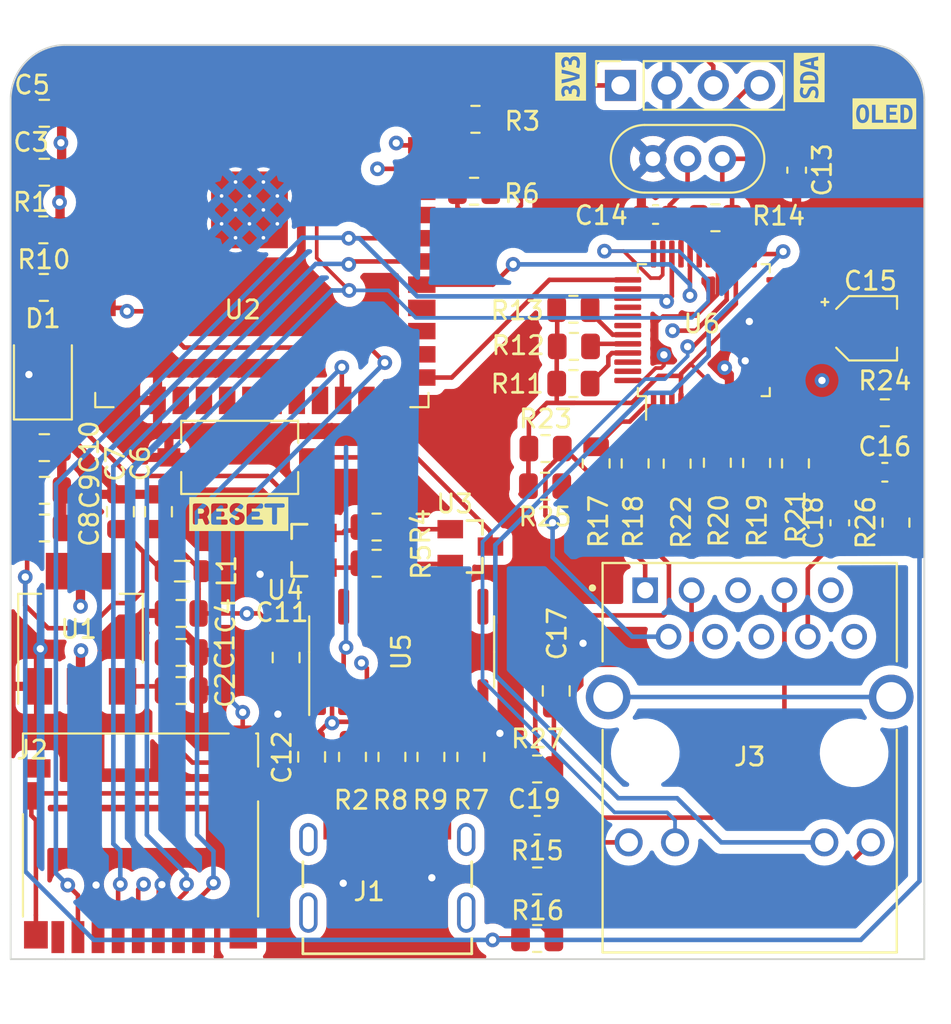
<source format=kicad_pcb>
(kicad_pcb (version 20221018) (generator pcbnew)
  (layers (0 "F.Cu" signal) (1 "In1.Cu" signal) (2 "In2.Cu" signal) (31 "B.Cu" signal) (34 "B.Paste" user) (35 "F.Paste" user) (36 "B.SilkS" user "B.Silkscreen") (37 "F.SilkS" user "F.Silkscreen") (38 "B.Mask" user) (39 "F.Mask" user) (44 "Edge.Cuts" user))
  (net 0 "")
  (net 1 "+5V")
  (net 2 "GND")
  (net 3 "+3V3")
  (net 4 "+3.3VA")
  (net 5 "Net-(U6-XI{slash}CLKIN)")
  (net 6 "Net-(U6-XO)")
  (net 7 "Net-(U6-TOCAP)")
  (net 8 "Net-(C16-Pad1)")
  (net 9 "R3")
  (net 10 "Net-(C18-Pad1)")
  (net 11 "R8")
  (net 12 "Net-(C19-Pad1)")
  (net 13 "R7")
  (net 14 "Net-(D1-A)")
  (net 20 "Net-(J1-CC2)")
  (net 22 "Net-(J1-CC1)")
  (net 23 "USB_D-")
  (net 24 "USB_D+")
  (net 25 "SS2")
  (net 26 "MOSI")
  (net 27 "SCK")
  (net 28 "MISO")
  (net 31 "CARD_DETECT")
  (net 32 "unconnected-(J2-WRITE_PROTECT-Pad11)")
  (net 33 "unconnected-(J3-SHIELD-PadS1)")
  (net 36 "R2")
  (net 38 "actled")
  (net 39 "linkled")
  (net 40 "Net-(J3-Pad11)")
  (net 41 "Net-(J3-Pad14)")
  (net 42 "R1")
  (net 45 "EN")
  (net 46 "SCL")
  (net 47 "RTS")
  (net 48 "Net-(R4-Pad2)")
  (net 49 "DTR")
  (net 50 "Net-(R5-Pad2)")
  (net 51 "SDA")
  (net 52 "Net-(U5-UD+)")
  (net 53 "Net-(U5-UD-)")
  (net 54 "IO25")
  (net 55 "Net-(U6-PMODE0)")
  (net 56 "Net-(U6-PMODE1)")
  (net 57 "Net-(U6-PMODE2)")
  (net 58 "Net-(U6-TXN)")
  (net 59 "Net-(U6-TXP)")
  (net 60 "Net-(U6-EXRES1)")
  (net 61 "Net-(R19-Pad2)")
  (net 62 "Net-(U6-RXP)")
  (net 63 "Net-(U6-RXN)")
  (net 64 "IO0")
  (net 85 "SS1")
  (net 87 "ESP-RX")
  (net 88 "ESP-TX")
  (footprint "Capacitor_SMD:C_0603_1608Metric" (layer "F.Cu") (at 97.8408 93.3704)
    (fp_text reference "C16")
    (fp_text value "10n")
  )
  (footprint "Capacitor_SMD:C_0603_1608Metric" (layer "F.Cu") (at 85.2932 79.2734)
    (fp_text reference "C14")
    (fp_text value "12pF")
  )
  (footprint "Capacitor_SMD:C_0805_2012Metric" (layer "F.Cu") (at 56.007 95.5294 90)
    (fp_text reference "C7")
    (fp_text value "100nF")
  )
  (footprint "Resistor_SMD:R_0805_2012Metric" (layer "F.Cu") (at 80.8228 86.487)
    (fp_text reference "R12")
    (fp_text value "10k")
  )
  (footprint "Resistor_SMD:R_0805_2012Metric" (layer "F.Cu") (at 97.8408 90.1192 180)
    (fp_text reference "R24")
    (fp_text value "49R9/1%")
  )
  (footprint "Capacitor_SMD:C_0805_2012Metric" (layer "F.Cu") (at 65.0748 103.505 90)
    (fp_text reference "C11")
    (fp_text value "100nf")
  )
  (footprint "Capacitor_SMD:C_0805_2012Metric" (layer "F.Cu") (at 59.3344 103.2256)
    (fp_text reference "C1")
    (fp_text value "100uF")
  )
  (footprint "Resistor_SMD:R_0805_2012Metric" (layer "F.Cu") (at 79.248 94.1324 180)
    (fp_text reference "R25")
    (fp_text value "49R9/1%")
  )
  (footprint "Resistor_SMD:R_0805_2012Metric" (layer "F.Cu") (at 75.184 108.9406 90)
    (fp_text reference "R7")
    (fp_text value "5k1")
  )
  (footprint "kibuzzard-667847FB" (layer "F.Cu") (at 80.645 71.7296 90)
    (fp_text reference "kibuzzard-667847FB" hide)
    (fp_text value "G***" hide)
  )
  (footprint "Package_TO_SOT_SMD:SOT-223-3_TabPin2" (layer "F.Cu") (at 53.8226 101.9302 90)
    (fp_text reference "U1")
    (fp_text value "AMS1117")
  )
  (footprint "Capacitor_SMD:C_0805_2012Metric" (layer "F.Cu") (at 51.8516 94.361)
    (fp_text reference "C9")
    (fp_text value "100nF")
  )
  (footprint "C-Footprint:SOT23" (layer "F.Cu") (at 75.1586 97.4344 -90)
    (fp_text reference "U3")
    (fp_text value "IRLML2502TRPBF")
  )
  (footprint "Resistor_SMD:R_0805_2012Metric" (layer "F.Cu") (at 88.675 92.85 -90)
    (fp_text reference "R20")
    (fp_text value "33")
  )
  (footprint "Capacitor_SMD:C_0805_2012Metric" (layer "F.Cu") (at 51.8414 73.7362 180)
    (fp_text reference "C5")
    (fp_text value "10uF")
  )
  (footprint "Resistor_SMD:R_0805_2012Metric" (layer "F.Cu") (at 84.1756 92.8878 -90)
    (fp_text reference "R18")
    (fp_text value "33")
  )
  (footprint "Resistor_SMD:R_0805_2012Metric" (layer "F.Cu") (at 86.475 92.9 90)
    (fp_text reference "R22")
    (fp_text value "33")
  )
  (footprint "Inductor_SMD:L_0805_2012Metric" (layer "F.Cu") (at 59.3852 98.7806 180)
    (fp_text reference "L1")
    (fp_text value "10uH")
  )
  (footprint "Resistor_SMD:R_0805_2012Metric" (layer "F.Cu") (at 90.825 92.8625 -90)
    (fp_text reference "R19")
    (fp_text value "5k1")
  )
  (footprint "Capacitor_SMD:C_0603_1608Metric" (layer "F.Cu") (at 95.377 96.139 -90)
    (fp_text reference "C18")
    (fp_text value "6.8n")
  )
  (footprint "Capacitor_SMD:C_0603_1608Metric" (layer "F.Cu") (at 78.8162 112.6744)
    (fp_text reference "C19")
    (fp_text value "6.8n")
  )
  (footprint "LED_SMD:LED_1210_3225Metric_Pad1.42x2.65mm_HandSolder" (layer "F.Cu") (at 51.7652 88.0253 90)
    (fp_text reference "D1")
    (fp_text value "LED_Small")
  )
  (footprint "Resistor_SMD:R_0805_2012Metric" (layer "F.Cu") (at 79.2734 92.075 180)
    (fp_text reference "R23")
    (fp_text value "49R9/1%")
  )
  (footprint "Resistor_SMD:R_0805_2012Metric" (layer "F.Cu") (at 88.5698 79.4512)
    (fp_text reference "R14")
    (fp_text value "1M")
  )
  (footprint "Capacitor_SMD:C_0805_2012Metric" (layer "F.Cu") (at 59.3344 105.3084)
    (fp_text reference "C2")
    (fp_text value "100nF")
  )
  (footprint "Resistor_SMD:R_0805_2012Metric" (layer "F.Cu") (at 70.0278 98.3488 180)
    (fp_text reference "R5")
    (fp_text value "10k")
  )
  (footprint "Resistor_SMD:R_0805_2012Metric" (layer "F.Cu") (at 75.3625 78 180)
    (fp_text reference "R6")
    (fp_text value "5k1")
  )
  (footprint "Resistor_SMD:R_0805_2012Metric" (layer "F.Cu") (at 98.45 96.125 90)
    (fp_text reference "R26")
    (fp_text value "49R9/1%")
  )
  (footprint "Resistor_SMD:R_0805_2012Metric" (layer "F.Cu") (at 78.8162 109.601 180)
    (fp_text reference "R27")
    (fp_text value "10R/1%")
  )
  (footprint "Capacitor_SMD:CP_Elec_3x5.3" (layer "F.Cu") (at 96.7486 85.4964)
    (fp_text reference "C15")
    (fp_text value "4u7")
  )
  (footprint "Capacitor_SMD:C_0805_2012Metric" (layer "F.Cu") (at 59.3344 101.092 180)
    (fp_text reference "C4")
    (fp_text value "100nF")
  )
  (footprint "Resistor_SMD:R_0805_2012Metric" (layer "F.Cu") (at 80.7974 88.519)
    (fp_text reference "R11")
    (fp_text value "10k")
  )
  (footprint "C-Footprint:SOT23" (layer "F.Cu") (at 66.04 97.6376 90)
    (fp_text reference "U4")
    (fp_text value "IRLML2502TRPBF")
  )
  (footprint "Capacitor_SMD:C_0805_2012Metric" (layer "F.Cu") (at 66.4718 108.9406 -90)
    (fp_text reference "C12")
    (fp_text value "100nF")
  )
  (footprint "Capacitor_SMD:C_0603_1608Metric" (layer "F.Cu") (at 93.0148 76.8474 -90)
    (fp_text reference "C13")
    (fp_text value "12pF")
  )
  (footprint "Resistor_SMD:R_0805_2012Metric" (layer "F.Cu") (at 75.438 74.0664 180)
    (fp_text reference "R3")
    (fp_text value "5k1")
  )
  (footprint "Connector_Card:microSD_HC_Hirose_DM3D-SF" (layer "F.Cu") (at 57.107 113.4458)
    (fp_text reference "J2")
    (fp_text value "SD_Card")
  )
  (footprint "C-Footprint:RJ45_HANRUN_HR911130A" (layer "F.Cu") (at 90.445 108.7142 180)
    (fp_text reference "J3")
    (fp_text value "HR911130A")
  )
  (footprint "kibuzzard-66784B35" (layer "F.Cu") (at 93.7006 71.7804 90)
    (fp_text reference "kibuzzard-66784B35" hide)
    (fp_text value "G***" hide)
  )
  (footprint "Package_SO:SOIC-16_3.9x9.9mm_P1.27mm" (layer "F.Cu") (at 71.3994 103.2002 90)
    (fp_text reference "U5")
    (fp_text value "CH340C")
  )
  (footprint "Connector_PinSocket_2.54mm:PinSocket_1x04_P2.54mm_Vertical" (layer "F.Cu") (at 83.3728 72.2126 90)
    (fp_text reference "J4" hide)
    (fp_text value "Conn_01x04")
  )
  (footprint "Resistor_SMD:R_0805_2012Metric" (layer "F.Cu") (at 51.7906 80.1116 180)
    (fp_text reference "R1")
    (fp_text value "5k1")
  )
  (footprint "Button_Switch_SMD:SW_Tactile_SPST_NO_Straight_CK_PTS636Sx25SMTRLFS" (layer "F.Cu") (at 62.5348 92.5576 180)
    (fp_text reference "SW1" hide)
    (fp_text value "SW_Push")
  )
  (footprint "kibuzzard-667858E3" (layer "F.Cu") (at 62.484 95.6564)
    (fp_text reference "kibuzzard-667858E3" hide)
    (fp_text value "G***" hide)
  )
  (footprint "Capacitor_SMD:C_0805_2012Metric" (layer "F.Cu") (at 58.0898 95.5294 90)
    (fp_text reference "C6")
    (fp_text value "100uF")
  )
  (footprint "Capacitor_SMD:C_0805_2012Metric" (layer "F.Cu") (at 51.8414 92.0242)
    (fp_text reference "C10")
    (fp_text value "10uF")
  )
  (footprint "Resistor_SMD:R_0805_2012Metric" (layer "F.Cu") (at 82.042 92.8878 90)
    (fp_text reference "R17")
    (fp_text value "33")
  )
  (footprint "Resistor_SMD:R_0805_2012Metric" (layer "F.Cu") (at 70.866 108.9406 90)
    (fp_text reference "R8")
    (fp_text value "33")
  )
  (footprint "Capacitor_SMD:C_0805_2012Metric" (layer "F.Cu") (at 79.8576 105.3338 90)
    (fp_text reference "C17")
    (fp_text value "100n")
  )
  (footprint "Resistor_SMD:R_0805_2012Metric" (layer "F.Cu") (at 51.816 83.2612 180)
    (fp_text reference "R10")
    (fp_text value "5k1")
  )
  (footprint "Capacitor_SMD:C_0805_2012Metric" (layer "F.Cu") (at 51.8414 76.962 180)
    (fp_text reference "C3")
    (fp_text value "1uF")
  )
  (footprint "Resistor_SMD:R_0805_2012Metric" (layer "F.Cu") (at 70.0278 96.3676)
    (fp_text reference "R4")
    (fp_text value "10k")
  )
  (footprint "Resistor_SMD:R_0805_2012Metric" (layer "F.Cu") (at 68.707 108.9406 -90)
    (fp_text reference "R2")
    (fp_text value "5k1")
  )
  (footprint "Resistor_SMD:R_0805_2012Metric" (layer "F.Cu") (at 72.9996 108.9406 90)
    (fp_text reference "R9")
    (fp_text value "33")
  )
  (footprint "Capacitor_SMD:C_0805_2012Metric" (layer "F.Cu") (at 51.8516 96.4184)
    (fp_text reference "C8")
    (fp_text value "100nF")
  )
  (footprint "Resistor_SMD:R_0805_2012Metric" (layer "F.Cu") (at 78.8162 118.872)
    (fp_text reference "R16")
    (fp_text value "330R")
  )
  (footprint "Resistor_SMD:R_0805_2012Metric" (layer "F.Cu") (at 80.7974 84.455)
    (fp_text reference "R13")
    (fp_text value "10k")
  )
  (footprint "Crystal:Crystal_HC52-U-3Pin_Vertical" (layer "F.Cu") (at 88.9458 76.2254 180)
    (fp_text reference "Y1" hide)
    (fp_text value "25MHz")
  )
  (footprint "Resistor_SMD:R_0805_2012Metric" (layer "F.Cu") (at 92.95 92.8878 90)
    (fp_text reference "R21")
    (fp_text value "5k1")
  )
  (footprint "kibuzzard-667847D2" (layer "F.Cu") (at 97.8154 73.7616)
    (fp_text reference "kibuzzard-667847D2" hide)
    (fp_text value "G***" hide)
  )
  (footprint "RF_Module:ESP32-WROOM-32" (layer "F.Cu") (at 63.7492 79.9304)
    (fp_text reference "U2")
    (fp_text value "ESP32-WROOM-32")
  )
  (footprint "Package_QFP:LQFP-48_7x7mm_P0.5mm" (layer "F.Cu") (at 87.9348 85.598 90)
    (fp_text reference "U6")
    (fp_text value "W5500")
  )
  (footprint "C-Footprint:USB_C_MOLEX" (layer "F.Cu") (at 70.612 116.3066)
    (fp_text reference "J1")
    (fp_text value "2171790001")
  )
  (footprint "Resistor_SMD:R_0805_2012Metric" (layer "F.Cu") (at 78.8162 115.7224)
    (fp_text reference "R15")
    (fp_text value "330R")
  )
  (gr_line (start 50 117) (end 50 120) (stroke (width 0.1)) (layer "Edge.Cuts"))
  (gr_line (start 50 117) (end 50 73) (stroke (width 0.1)) (layer "Edge.Cuts"))
  (gr_line (start 100 73) (end 100 117) (stroke (width 0.1)) (layer "Edge.Cuts"))
  (gr_line (start 53 70) (end 97 70) (stroke (width 0.1)) (layer "Edge.Cuts"))
  (gr_line (start 50 120) (end 53 120) (stroke (width 0.1)) (layer "Edge.Cuts"))
  (gr_line (start 100 120) (end 100 117) (stroke (width 0.1)) (layer "Edge.Cuts"))
  (gr_line (start 97 120) (end 100 120) (stroke (width 0.1)) (layer "Edge.Cuts"))
  (gr_arc (start 97 70) (mid 99.12132 70.87868) (end 100 73) (stroke (width 0.1)) (layer "Edge.Cuts"))
  (gr_line (start 97 120) (end 53 120) (stroke (width 0.1)) (layer "Edge.Cuts"))
  (gr_arc (start 50 73) (mid 50.87868 70.87868) (end 53 70) (stroke (width 0.1)) (layer "Edge.Cuts"))
  (segment (start 58.1562 105.08) (end 57.1997 105.08) (width 0.25) (layer "F.Cu") (net 1))
  (segment (start 63.75 109.25) (end 64.375 109.875) (width 0.25) (layer "F.Cu") (net 1))
  (segment (start 71.975 115.075) (end 73.012 114.038) (width 0.25) (layer "F.Cu") (net 1))
  (segment (start 68.2213 112.891) (end 68.2244 112.894) (width 0.508) (layer "F.Cu") (net 1))
  (segment (start 68.212 111.837) (end 68.212 112.8816) (width 0.25) (layer "F.Cu") (net 1))
  (segment (start 64.375 110.775) (end 64.9 111.3) (width 0.25) (layer "F.Cu") (net 1))
  (segment (start 56.1226 105.0802) (end 57.1995 105.0802) (width 0.25) (layer "F.Cu") (net 1))
  (segment (start 68.2182 112.888) (end 68.212 112.8818) (width 0.25) (layer "F.Cu") (net 1))
  (segment (start 68.212 112.882) (end 68.2182 112.888) (width 0.508) (layer "F.Cu") (net 1))
  (segment (start 57.1997 105.08) (end 57.1995 105.0802) (width 0.25) (layer "F.Cu") (net 1))
  (segment (start 58.3844 105.3084) (end 58.3844 107.6844) (width 0.25) (layer "F.Cu") (net 1))
  (segment (start 73.012 114.038) (end 73.012 112.8816) (width 0.25) (layer "F.Cu") (net 1))
  (segment (start 67.675 111.3) (end 68.212 111.837) (width 0.25) (layer "F.Cu") (net 1))
  (segment (start 58.3844 103.2256) (end 58.3844 104.8518) (width 0.25) (layer "F.Cu") (net 1))
  (segment (start 68.212 112.8818) (end 68.212 112.8816) (width 0.25) (layer "F.Cu") (net 1))
  (segment (start 68.2182 112.888) (end 68.2213 112.891) (width 0.508) (layer "F.Cu") (net 1))
  (segment (start 64.375 109.875) (end 64.375 110.775) (width 0.25) (layer "F.Cu") (net 1))
  (segment (start 64.9 111.3) (end 67.675 111.3) (width 0.25) (layer "F.Cu") (net 1))
  (segment (start 68.2213 112.891) (end 68.2213 114.0963) (width 0.25) (layer "F.Cu") (net 1))
  (segment (start 69.2 115.075) (end 71.975 115.075) (width 0.25) (layer "F.Cu") (net 1))
  (segment (start 68.2213 114.0963) (end 69.2 115.075) (width 0.25) (layer "F.Cu") (net 1))
  (segment (start 58.1562 105.08) (end 58.3844 105.308) (width 0.508) (layer "F.Cu") (net 1))
  (segment (start 58.3844 107.6844) (end 59.95 109.25) (width 0.25) (layer "F.Cu") (net 1))
  (segment (start 58.3844 104.8518) (end 58.1562 105.08) (width 0.25) (layer "F.Cu") (net 1))
  (segment (start 59.95 109.25) (end 63.75 109.25) (width 0.25) (layer "F.Cu") (net 1))
  (segment (start 58.3844 105.308) (end 58.3844 105.3084) (width 0.25) (layer "F.Cu") (net 1))
  (segment (start 67.412 112.8816) (end 67.412 115.062) (width 0.2032) (layer "F.Cu") (net 2))
  (segment (start 87.525 84.825) (end 85.7 84.825) (width 0.2032) (layer "F.Cu") (net 2))
  (segment (start 54.782 118.7958) (end 54.782 116.057) (width 0.2032) (layer "F.Cu") (net 2))
  (segment (start 93.847 86.85) (end 93.847 87.797) (width 0.2032) (layer "F.Cu") (net 2))
  (segment (start 60.2844 103.2256) (end 60.2844 102.992) (width 0.508) (layer "F.Cu") (net 2))
  (segment (start 84.623696 88.348) (end 85.298297 87.673399) (width 0.2032) (layer "F.Cu") (net 2))
  (segment (start 85.35 85.175) (end 85.35 86.55) (width 0.2032) (layer "F.Cu") (net 2))
  (segment (start 85.601601 87.673399) (end 85.75 87.525) (width 0.2032) (layer "F.Cu") (net 2))
  (segment (start 56.007 94.5794) (end 53.4518 92.0242) (width 0.508) (layer "F.Cu") (net 2))
  (segment (start 65.6656 109.8906) (end 64.725 108.95) (width 0.2032) (layer "F.Cu") (net 2))
  (segment (start 89.1848 89.7605) (end 89.1848 87.7598) (width 0.2032) (layer "F.Cu") (net 2))
  (segment (start 85.35 86.55) (end 85.75 86.95) (width 0.2032) (layer "F.Cu") (net 2))
  (segment (start 73.812 114.788) (end 73.05 115.55) (width 0.2032) (layer "F.Cu") (net 2))
  (segment (start 64.725 108.95) (end 64.625 108.85) (width 0.2032) (layer "F.Cu") (net 2))
  (segment (start 60.2844 102.992) (end 58.3844 101.092) (width 0.508) (layer "F.Cu") (net 2))
  (segment (start 51.7652 89.5128) (end 51.7652 88.7902) (width 0.508) (layer "F.Cu") (net 2))
  (segment (start 66.4718 109.8906) (end 65.6656 109.8906) (width 0.2032) (layer "F.Cu") (net 2))
  (segment (start 79.8576 104.3838) (end 81.325 102.9164) (width 0.2032) (layer "F.Cu") (net 2))
  (segment (start 88.6848 81.4355) (end 88.6848 83.6652) (width 0.2032) (layer "F.Cu") (net 2))
  (segment (start 67.8351 108.9) (end 68.707 108.0281) (width 0.2032) (layer "F.Cu") (net 2))
  (segment (start 52.7914 90.539) (end 51.7652 89.5128) (width 0.508) (layer "F.Cu") (net 2))
  (segment (start 92.0973 87.848) (end 93.898 87.848) (width 0.2032) (layer "F.Cu") (net 2))
  (segment (start 93.847 87.797) (end 93.898 87.848) (width 0.2032) (layer "F.Cu") (net 2))
  (segment (start 92.867394 85.348) (end 93.847 86.327606) (width 0.2032) (layer "F.Cu") (net 2))
  (segment (start 66.4718 109.3032) (end 66.875 108.9) (width 0.2032) (layer "F.Cu") (net 2))
  (segment (start 83.7723 88.348) (end 84.623696 88.348) (width 0.2032) (layer "F.Cu") (net 2))
  (segment (start 52.8016 94.361) (end 52.8016 92.0344) (width 0.508) (layer "F.Cu") (net 2))
  (segment (start 93.845 86.848) (end 93.847 86.85) (width 0.2032) (layer "F.Cu") (net 2))
  (segment (start 92.0973 85.348) (end 92.867394 85.348) (width 0.2032) (layer "F.Cu") (net 2))
  (segment (start 64.625 108.85) (end 64.625 106.6) (width 0.2032) (layer "F.Cu") (net 2))
  (segment (start 54.782 116.057) (end 54.675 115.95) (width 0.2032) (layer "F.Cu") (net 2))
  (segment (start 53.4518 92.0242) (end 52.7914 92.0242) (width 0.508) (layer "F.Cu") (net 2))
  (segment (start 63.65 98.95) (end 63.65 98.925) (width 0.508) (layer "F.Cu") (net 2))
  (segment (start 89.1848 87.7598) (end 89.075 87.65) (width 0.2032) (layer "F.Cu") (net 2))
  (segment (start 76.3969 108.0281) (end 76.775 107.65) (width 0.2032) (layer "F.Cu") (net 2))
  (segment (start 67.412 115.062) (end 68.2 115.85) (width 0.2032) (layer "F.Cu") (net 2))
  (segment (start 58.082 116.1185) (end 58.082 118.7958) (width 0.2032) (layer "F.Cu") (net 2))
  (segment (start 52.8016 92.0344) (end 52.7914 92.0242) (width 0.508) (layer "F.Cu") (net 2))
  (segment (start 51.5226 103.1274) (end 51.625 103.025) (width 0.508) (layer "F.Cu") (net 2))
  (segment (start 88.6848 83.6652) (end 87.525 84.825) (width 0.2032) (layer "F.Cu") (net 2))
  (segment (start 81.325 102.9164) (end 81.325 102.725) (width 0.2032) (layer "F.Cu") (net 2))
  (segment (start 51.7652 88.7902) (end 51 88.025) (width 0.508) (layer "F.Cu") (net 2))
  (segment (start 85.298297 87.673399) (end 85.601601 87.673399) (width 0.2032) (layer "F.Cu") (net 2))
  (segment (start 75.184 108.0281) (end 76.3969 108.0281) (width 0.2032) (layer "F.Cu") (net 2))
  (segment (start 66.4718 109.8906) (end 66.4718 109.3032) (width 0.2032) (layer "F.Cu") (net 2))
  (segment (start 52.7914 92.0242) (end 52.7914 90.539) (width 0.508) (layer "F.Cu") (net 2))
  (segment (start 92.0973 86.848) (end 93.845 86.848) (width 0.2032) (layer "F.Cu") (net 2))
  (segment (start 85.7 84.825) (end 85.35 85.175) (width 0.2032) (layer "F.Cu") (net 2))
  (segment (start 51.5226 105.0802) (end 51.5226 103.1274) (width 0.508) (layer "F.Cu") (net 2))
  (segment (start 85.75 87.525) (end 85.75 86.95) (width 0.2032) (layer "F.Cu") (net 2))
  (segment (start 58.2755 115.925) (end 58.082 116.1185) (width 0.2032) (layer "F.Cu") (net 2))
  (segment (start 73.812 112.8816) (end 73.812 114.788) (width 0.2032) (layer "F.Cu") (net 2))
  (segment (start 93.847 86.327606) (end 93.847 86.85) (width 0.2032) (layer "F.Cu") (net 2))
  (segment (start 52.8016 94.361) (end 52.8016 96.4184) (width 0.508) (layer "F.Cu") (net 2))
  (segment (start 59.3044 94.5794) (end 58.0898 94.5794) (width 0.508) (layer "F.Cu") (net 2))
  (segment (start 63.65 98.925) (end 59.3044 94.5794) (width 0.508) (layer "F.Cu") (net 2))
  (segment (start 66.875 108.9) (end 67.8351 108.9) (width 0.2032) (layer "F.Cu") (net 2))
  (segment (start 93.898 87.848) (end 94.4 88.35) (width 0.2032) (layer "F.Cu") (net 2))
  (via (at 58.2755 115.925) (size 0.8) (drill 0.4) (layers "F.Cu" "B.Cu") (net 2))
  (via (at 51 88.025) (size 0.8) (drill 0.4) (layers "F.Cu" "B.Cu") (net 2))
  (via (at 64.625 106.6) (size 0.8) (drill 0.4) (layers "F.Cu" "B.Cu") (net 2))
  (via (at 63.65 98.95) (size 0.8) (drill 0.4) (layers "F.Cu" "B.Cu") (net 2))
  (via (at 76.775 107.65) (size 0.8) (drill 0.4) (layers "F.Cu" "B.Cu") (net 2))
  (via (at 85.75 86.95) (size 0.8) (drill 0.4) (layers "F.Cu" "B.Cu") (net 2))
  (via (at 94.4 88.35) (size 0.8) (drill 0.4) (layers "F.Cu" "B.Cu") (net 2))
  (via (at 81.325 102.725) (size 0.8) (drill 0.4) (layers "F.Cu" "B.Cu") (net 2))
  (via (at 51.625 103.025) (size 0.8) (drill 0.4) (layers "F.Cu" "B.Cu") (net 2))
  (via (at 89.075 87.65) (size 0.8) (drill 0.4) (layers "F.Cu" "B.Cu") (net 2))
  (via (at 54.675 115.95) (size 0.8) (drill 0.4) (layers "F.Cu" "B.Cu") (net 2))
  (via (at 68.2 115.85) (size 0.8) (drill 0.4) (layers "F.Cu" "B.Cu") (net 2))
  (via (at 73.05 115.55) (size 0.8) (drill 0.4) (layers "F.Cu" "B.Cu") (net 2))
  (segment (start 56.982 116.193063) (end 56.982 118.7958) (width 0.25) (layer "F.Cu") (net 3))
  (segment (start 52.893 76.8604) (end 52.7914 76.962) (width 0.25) (layer "F.Cu") (net 3))
  (segment (start 67.5986 107.0201) (end 67.5894 107.0109) (width 0.25) (layer "F.Cu") (net 3))
  (segment (start 60.2844 98.9439) (end 60.2844 99.7575) (width 0.25) (layer "F.Cu") (net 3))
  (segment (start 89.1848 83.9402) (end 89.1848 81.4355) (width 0.25) (layer "F.Cu") (net 3))
  (segment (start 53.8226 103.1524) (end 53.85 103.125) (width 0.508) (layer "F.Cu") (net 3))
  (segment (start 60.4477 98.7806) (end 58.1465 96.4794) (width 0.25) (layer "F.Cu") (net 3))
  (segment (start 76.9376 72.2126) (end 83.3728 72.2126) (width 0.25) (layer "F.Cu") (net 3))
  (segment (start 52.7031 78.5719) (end 52.7031 77.0503) (width 0.508) (layer "F.Cu") (net 3))
  (segment (start 52.7031 77.0503) (end 52.7914 76.962) (width 0.508) (layer "F.Cu") (net 3))
  (segment (start 76.275 74.1419) (end 76.3505 74.0664) (width 0.2032) (layer "F.Cu") (net 3))
  (segment (start 52.7914 73.7362) (end 52.7914 75.3086) (width 0.508) (layer "F.Cu") (net 3))
  (segment (start 62.925 101.1) (end 62.917 101.092) (width 0.25) (layer "F.Cu") (net 3))
  (segment (start 67.5894 104.5743) (end 65.5701 102.555) (width 0.25) (layer "F.Cu") (net 3))
  (segment (start 53.825 100.7) (end 53.8226 100.6976) (width 0.508) (layer "F.Cu") (net 3))
  (segment (start 86.225 85.6261) (end 87.4989 85.6261) (width 0.25) (layer "F.Cu") (net 3))
  (segment (start 65.5701 102.1095) (end 65.5701 102.555) (width 0.25) (layer "F.Cu") (net 3))
  (segment (start 87.4989 85.6261) (end 89.1848 83.9402) (width 0.25) (layer "F.Cu") (net 3))
  (segment (start 65.5701 102.555) (end 65.0748 102.555) (width 0.25) (layer "F.Cu") (net 3))
  (segment (start 62.933 101.092) (end 62.925 101.1) (width 0.25) (layer "F.Cu") (net 3))
  (segment (start 58.1465 96.4794) (end 58.0898 96.4794) (width 0.25) (layer "F.Cu") (net 3))
  (segment (start 76.3505 72.6245) (end 76.775 72.2) (width 0.25) (layer "F.Cu") (net 3))
  (segment (start 76.3505 74.0664) (end 76.3505 72.6245) (width 0.25) (layer "F.Cu") (net 3))
  (segment (start 53.8226 100.6976) (end 53.8226 98.7802) (width 0.508) (layer "F.Cu") (net 3))
  (segment (start 65.0748 102.555) (end 63.6118 101.092) (width 0.25) (layer "F.Cu") (net 3))
  (segment (start 69.8261 107.0201) (end 67.5986 107.0201) (width 0.25) (layer "F.Cu") (net 3))
  (segment (start 67.3781 107.0843) (end 67.5878 107.0843) (width 0.25) (layer "F.Cu") (net 3))
  (segment (start 52.7914 75.3914) (end 52.7914 76.962) (width 0.508) (layer "F.Cu") (net 3))
  (segment (start 60.4477 98.7806) (end 60.2844 98.9439) (width 0.25) (layer "F.Cu") (net 3))
  (segment (start 67.5878 107.0309) (end 67.5878 107.0843) (width 0.25) (layer "F.Cu") (net 3))
  (segment (start 52.675 78.6) (end 52.7031 78.5719) (width 0.508) (layer "F.Cu") (net 3))
  (segment (start 52.7914 73.7362) (end 53.3888 73.7362) (width 0.508) (layer "F.Cu") (net 3))
  (segment (start 52.75 75.35) (end 52.7914 75.3914) (width 0.508) (layer "F.Cu") (net 3))
  (segment (start 53.3888 73.7362) (end 54.1746 72.9504) (width 0.508) (layer "F.Cu") (net 3))
  (segment (start 53.85 103.125) (end 53.8226 103.0976) (width 0.508) (layer "F.Cu") (net 3))
  (segment (start 53.8226 105.0802) (end 53.8226 103.1524) (width 0.508) (layer "F.Cu") (net 3))
  (segment (start 63.6118 101.092) (end 62.933 101.092) (width 0.25) (layer "F.Cu") (net 3))
  (segment (start 67.5986 107.0201) (end 67.5878 107.0309) (width 0.25) (layer "F.Cu") (net 3))
  (segment (start 76.775 72.2) (end 76.925 72.2) (width 0.25) (layer "F.Cu") (net 3))
  (segment (start 52.7031 78.6281) (end 52.675 78.6) (width 0.508) (layer "F.Cu") (net 3))
  (segment (start 57.276343 115.89872) (end 56.982 116.193063) (width 0.25) (layer "F.Cu") (net 3))
  (segment (start 52.7914 75.3086) (end 52.75 75.35) (width 0.508) (layer "F.Cu") (net 3))
  (segment (start 66.9544 100.7252) (end 65.5701 102.1095) (width 0.25) (layer "F.Cu") (net 3))
  (segment (start 70.7644 105.6752) (end 70.7644 106.0818) (width 0.25) (layer "F.Cu") (net 3))
  (segment (start 67.5894 107.0109) (end 67.5894 104.5743) (width 0.25) (layer "F.Cu") (net 3))
  (segment (start 62.917 101.092) (end 60.2844 101.092) (width 0.25) (layer "F.Cu") (net 3))
  (segment (start 76.925 72.2) (end 76.9376 72.2126) (width 0.25) (layer "F.Cu") (net 3))
  (segment (start 76.275 78) (end 76.275 74.1419) (width 0.2032) (layer "F.Cu") (net 3))
  (segment (start 76.3505 77.724) (end 76.2997 77.7748) (width 0.25) (layer "F.Cu") (net 3))
  (segment (start 76.4633 73.9536) (end 76.3505 74.0664) (width 0.25) (layer "F.Cu") (net 3))
  (segment (start 53.8226 100.7024) (end 53.825 100.7) (width 0.508) (layer "F.Cu") (net 3))
  (segment (start 52.7031 80.1116) (end 52.7031 78.6281) (width 0.508) (layer "F.Cu") (net 3))
  (segment (start 66.4718 107.9906) (end 67.3781 107.0843) (width 0.25) (layer "F.Cu") (net 3))
  (segment (start 54.1746 72.9504) (end 54.9992 72.9504) (width 0.508) (layer "F.Cu") (net 3))
  (segment (start 60.2844 99.7575) (end 60.2844 101.092) (width 0.25) (layer "F.Cu") (net 3))
  (segment (start 70.7644 106.0818) (end 69.8261 107.0201) (width 0.25) (layer "F.Cu") (net 3))
  (via (at 57.276343 115.89872) (size 0.8) (drill 0.4) (layers "F.Cu" "B.Cu") (net 3))
  (via (at 53.825 100.7) (size 0.8) (drill 0.4) (layers "F.Cu" "B.Cu") (net 3))
  (via (at 52.675 78.6) (size 0.8) (drill 0.4) (layers "F.Cu" "B.Cu") (net 3))
  (via (at 86.225 85.6261) (size 0.8) (drill 0.4) (layers "F.Cu" "B.Cu") (net 3))
  (via (at 52.75 75.35) (size 0.8) (drill 0.4) (layers "F.Cu" "B.Cu") (net 3))
  (via (at 67.5878 107.0843) (size 0.8) (drill 0.4) (layers "F.Cu" "B.Cu") (net 3))
  (via (at 62.925 101.1) (size 0.8) (drill 0.4) (layers "F.Cu" "B.Cu") (net 3))
  (via (at 53.85 103.125) (size 0.8) (drill 0.4) (layers "F.Cu" "B.Cu") (net 3))
  (segment (start 57.2638 97.7362) (end 57.2638 99.8362) (width 0.25) (layer "F.Cu") (net 4))
  (segment (start 90.375 85.125) (end 90.4 85.1) (width 0.25) (layer "F.Cu") (net 4))
  (segment (start 78.3355 92.1004) (end 78.3355 94.1324) (width 0.25) (layer "F.Cu") (net 4))
  (segment (start 92.0973 87.348) (end 91.2837 87.348) (width 0.25) (layer "F.Cu") (net 4))
  (segment (start 77.9037 109.601) (end 76.9 110.6047) (width 0.25) (layer "F.Cu") (net 4))
  (segment (start 85.475 88.1) (end 86.6848 88.1) (width 0.25) (layer "F.Cu") (net 4))
  (segment (start 90.1848 89.7605) (end 90.1848 87.2902) (width 0.2032) (layer "F.Cu") (net 4))
  (segment (start 90.425 85.4893) (end 90.425 85.125) (width 0.25) (layer "F.Cu") (net 4))
  (segment (start 80.8572 89.5772) (end 79.3478 89.5772) (width 0.25) (layer "F.Cu") (net 4))
  (segment (start 55.65 100.525) (end 54.275 101.9) (width 0.25) (layer "F.Cu") (net 4))
  (segment (start 50.8 99.1) (end 50.9016 98.9984) (width 0.25) (layer "F.Cu") (net 4))
  (segment (start 90.425 85.125) (end 90.375 85.125) (width 0.25) (layer "F.Cu") (net 4))
  (segment (start 56.007 96.4794) (end 56.0215 96.4794) (width 0.25) (layer "F.Cu") (net 4))
  (segment (start 86.6848 89.7605) (end 86.6848 88.1) (width 0.25) (layer "F.Cu") (net 4))
  (segment (start 50.8914 92.0242) (end 50.8914 94.3508) (width 0.25) (layer "F.Cu") (net 4))
  (segment (start 50.9016 96.4184) (end 50.9016 94.361) (width 0.25) (layer "F.Cu") (net 4))
  (segment (start 56.0215 96.4794) (end 58.3227 98.7806) (width 0.25) (layer "F.Cu") (net 4))
  (segment (start 89.55 85.125) (end 90.425 85.125) (width 0.2032) (layer "F.Cu") (net 4))
  (segment (start 80.8572 89.5772) (end 83.9978 89.5772) (width 0.25) (layer "F.Cu") (net 4))
  (segment (start 90.425 85.075) (end 90.425 85.125) (width 0.25) (layer "F.Cu") (net 4))
  (segment (start 50.9016 98.9984) (end 50.9016 96.4184) (width 0.25) (layer "F.Cu") (net 4))
  (segment (start 78.3609 92.075) (end 78.3355 92.1004) (width 0.25) (layer "F.Cu") (net 4))
  (segment (start 79.8849 86.5124) (end 79.8849 88.519) (width 0.25) (layer "F.Cu") (net 4))
  (segment (start 76.9 110.6047) (end 76.9 114.7187) (width 0.25) (layer "F.Cu") (net 4))
  (segment (start 79.8849 89.5349) (end 79.9272 89.5772) (width 0.25) (layer "F.Cu") (net 4))
  (segment (start 78.3609 90.5641) (end 78.3609 92.075) (width 0.25) (layer "F.Cu") (net 4))
  (segment (start 90.1848 87.2902) (end 90.2 87.275) (width 0.2032) (layer "F.Cu") (net 4))
  (segment (start 92.0973 84.348) (end 91.152 84.348) (width 0.25) (layer "F.Cu") (net 4))
  (segment (start 50.8 100.65) (end 50.8 99.1) (width 0.25) (layer "F.Cu") (net 4))
  (segment (start 88.6848 88.7902) (end 88.6848 89.7605) (width 0.2032) (layer "F.Cu") (net 4))
  (segment (start 79.3478 89.5772) (end 78.3609 90.5641) (width 0.25) (layer "F.Cu") (net 4))
  (segment (start 83.9978 89.5772) (end 85.475 88.1) (width 0.25) (layer "F.Cu") (net 4))
  (segment (start 76.9 114.7187) (end 77.9037 115.7224) (width 0.25) (layer "F.Cu") (net 4))
  (segment (start 57.2638 99.8362) (end 56.575 100.525) (width 0.25) (layer "F.Cu") (net 4))
  (segment (start 86.6848 87.9902) (end 87.225 87.45) (width 0.25) (layer "F.Cu") (net 4))
  (segment (start 77.9024 109.5997) (end 77.9037 109.601) (width 0.25) (layer "F.Cu") (net 4))
  (segment (start 79.9103 84.4804) (end 79.9103 86.487) (width 0.25) (layer "F.Cu") (net 4))
  (segment (start 50.8914 94.3508) (end 50.9016 94.361) (width 0.25) (layer "F.Cu") (net 4))
  (segment (start 79.8849 88.519) (end 79.8849 89.5349) (width 0.25) (layer "F.Cu") (net 4))
  (segment (start 79.8849 84.455) (end 79.9103 84.4804) (width 0.25) (layer "F.Cu") (net 4))
  (segment (start 91.152 84.348) (end 90.425 85.075) (width 0.25) (layer "F.Cu") (net 4))
  (segment (start 77.9037 118.872) (end 76.453 118.872) (width 0.25) (layer "F.Cu") (net 4))
  (segment (start 90.425 86.4893) (end 90.425 85.125) (width 0.25) (layer "F.Cu") (net 4))
  (segment (start 54.275 101.9) (end 52.05 101.9) (width 0.25) (layer "F.Cu") (net 4))
  (segment (start 88.5652 88.7902) (end 87.225 87.45) (width 0.2032) (layer "F.Cu") (net 4))
  (segment (start 91.2837 86.348) (end 90.425 85.4893) (width 0.25) (layer "F.Cu") (net 4))
  (segment (start 91.2837 86.348) (end 92.0973 86.348) (width 0.25) (layer "F.Cu") (net 4))
  (segment (start 56.007 96.4794) (end 57.2638 97.7362) (width 0.25) (layer "F.Cu") (net 4))
  (segment (start 79.9272 89.5772) (end 80.8572 89.5772) (width 0.25) (layer "F.Cu") (net 4))
  (segment (start 52.05 101.9) (end 50.8 100.65) (width 0.25) (layer "F.Cu") (net 4))
  (segment (start 78.3355 94.1324) (end 77.9024 94.5655) (width 0.25) (layer "F.Cu") (net 4))
  (segment (start 87.225 87.45) (end 89.55 85.125) (width 0.2032) (layer "F.Cu") (net 4))
  (segment (start 76.453 118.872) (end 76.375 118.95) (width 0.25) (layer "F.Cu") (net 4))
  (segment (start 91.2837 87.348) (end 90.425 86.4893) (width 0.25) (layer "F.Cu") (net 4))
  (segment (start 79.9103 86.487) (end 79.8849 86.5124) (width 0.25) (layer "F.Cu") (net 4))
  (segment (start 88.6848 88.7902) (end 88.5652 88.7902) (width 0.2032) (layer "F.Cu") (net 4))
  (segment (start 56.575 100.525) (end 55.65 100.525) (width 0.25) (layer "F.Cu") (net 4))
  (segment (start 86.6848 88.1) (end 86.6848 87.9902) (width 0.25) (layer "F.Cu") (net 4))
  (segment (start 77.9037 115.7224) (end 77.9037 118.872) (width 0.25) (layer "F.Cu") (net 4))
  (via (at 50.8 99.1) (size 0.8) (drill 0.4) (layers "F.Cu" "B.Cu") (net 4))
  (via (at 90.2 87.275) (size 0.8) (drill 0.4) (layers "F.Cu" "B.Cu") (net 4))
  (via (at 90.425 85.125) (size 0.8) (drill 0.4) (layers "F.Cu" "B.Cu") (net 4))
  (via (at 76.375 118.95) (size 0.8) (drill 0.4) (layers "F.Cu" "B.Cu") (net 4))
  (segment (start 97.05 85.275) (end 90.575 85.275) (width 0.25) (layer "B.Cu") (net 4))
  (segment (start 90.575 85.275) (end 90.425 85.125) (width 0.25) (layer "B.Cu") (net 4))
  (segment (start 99.7375 87.9625) (end 97.05 85.275) (width 0.25) (layer "B.Cu") (net 4))
  (segment (start 99.7375 115.7375) (end 99.7375 87.9625) (width 0.25) (layer "B.Cu") (net 4))
  (segment (start 50.8 115.2) (end 50.8 99.1) (width 0.25) (layer "B.Cu") (net 4))
  (segment (start 54.55 118.95) (end 50.8 115.2) (width 0.25) (layer "B.Cu") (net 4))
  (segment (start 76.375 118.95) (end 96.525 118.95) (width 0.25) (layer "B.Cu") (net 4))
  (segment (start 76.375 118.95) (end 54.55 118.95) (width 0.25) (layer "B.Cu") (net 4))
  (segment (start 96.525 118.95) (end 99.7375 115.7375) (width 0.25) (layer "B.Cu") (net 4))
  (segment (start 92.8618 76.2254) (end 93.0148 76.0724) (width 0.25) (layer "F.Cu") (net 5))
  (segment (start 88.1848 80.5402) (end 89.2738 79.4512) (width 0.25) (layer "F.Cu") (net 5))
  (segment (start 89.2738 79.4512) (end 89.4823 79.4512) (width 0.25) (layer "F.Cu") (net 5))
  (segment (start 88.9458 76.2254) (end 88.9458 77.5708) (width 0.25) (layer "F.Cu") (net 5))
  (segment (start 88.1848 81.4355) (end 88.1848 80.5402) (width 0.25) (layer "F.Cu") (net 5))
  (segment (start 89.4823 78.1073) (end 89.4823 79.4512) (width 0.25) (layer "F.Cu") (net 5))
  (segment (start 88.9458 76.2254) (end 92.8618 76.2254) (width 0.25) (layer "F.Cu") (net 5))
  (segment (start 88.9458 77.5708) (end 89.4823 78.1073) (width 0.25) (layer "F.Cu") (net 5))
  (segment (start 87.0458 77.7792) (end 87.0458 76.2254) (width 0.25) (layer "F.Cu") (net 6))
  (segment (start 87.6848 81.4355) (end 87.6848 79.4787) (width 0.25) (layer "F.Cu") (net 6))
  (segment (start 87.6573 79.4512) (end 86.246 79.4512) (width 0.25) (layer "F.Cu") (net 6))
  (segment (start 86.0682 79.2734) (end 86.0682 78.7568) (width 0.25) (layer "F.Cu") (net 6))
  (segment (start 86.0682 78.7568) (end 87.0458 77.7792) (width 0.25) (layer "F.Cu") (net 6))
  (segment (start 87.6848 79.4787) (end 87.6573 79.4512) (width 0.25) (layer "F.Cu") (net 6))
  (segment (start 86.246 79.4512) (end 86.0682 79.2734) (width 0.25) (layer "F.Cu") (net 6))
  (segment (start 93.1733 84.848) (end 93.8217 85.4964) (width 0.25) (layer "F.Cu") (net 7))
  (segment (start 92.0973 84.848) (end 93.1733 84.848) (width 0.25) (layer "F.Cu") (net 7))
  (segment (start 95.2486 85.4964) (end 93.8217 85.4964) (width 0.25) (layer "F.Cu") (net 7))
  (segment (start 98.7533 90.1192) (end 98.7533 90.8967) (width 0.25) (layer "F.Cu") (net 8))
  (segment (start 99.2442 90.1192) (end 98.7533 90.1192) (width 0.2032) (layer "F.Cu") (net 8))
  (segment (start 97.0658 92.5842) (end 97.0658 93.3704) (width 0.25) (layer "F.Cu") (net 8))
  (segment (start 99.3875 97.0375) (end 99.75 96.675) (width 0.2032) (layer "F.Cu") (net 8))
  (segment (start 99.75 90.625) (end 99.2442 90.1192) (width 0.2032) (layer "F.Cu") (net 8))
  (segment (start 99.75 96.675) (end 99.75 90.625) (width 0.2032) (layer "F.Cu") (net 8))
  (segment (start 98.45 97.0375) (end 99.3875 97.0375) (width 0.2032) (layer "F.Cu") (net 8))
  (segment (start 98.7533 90.8967) (end 97.0658 92.5842) (width 0.25) (layer "F.Cu") (net 8))
  (segment (start 80.85 105.375) (end 80.075 105.375) (width 0.25) (layer "F.Cu") (net 9))
  (segment (start 87.265 103.335) (end 86.7 103.9) (width 0.25) (layer "F.Cu") (net 9))
  (segment (start 81.225 105) (end 80.85 105.375) (width 0.25) (layer "F.Cu") (net 9))
  (segment (start 86.7 103.9) (end 81.55 103.9) (width 0.25) (layer "F.Cu") (net 9))
  (segment (start 79.7287 106.4127) (end 79.8576 106.2838) (width 0.25) (layer "F.Cu") (net 9))
  (segment (start 87.265 99.8242) (end 87.265 103.335) (width 0.25) (layer "F.Cu") (net 9))
  (segment (start 79.8576 105.5924) (end 79.8576 106.2838) (width 0.25) (layer "F.Cu") (net 9))
  (segment (start 80.075 105.375) (end 79.8576 105.5924) (width 0.25) (layer "F.Cu") (net 9))
  (segment (start 79.7287 109.601) (end 79.7287 106.4127) (width 0.25) (layer "F.Cu") (net 9))
  (segment (start 81.55 103.9) (end 81.225 104.225) (width 0.25) (layer "F.Cu") (net 9))
  (segment (start 81.225 104.225) (end 81.225 105) (width 0.25) (layer "F.Cu") (net 9))
  (segment (start 95.377 95.364) (end 98.2985 95.364) (width 0.25) (layer "F.Cu") (net 10))
  (segment (start 87.089 95.364) (end 86.2838 94.5588) (width 0.25) (layer "F.Cu") (net 10))
  (segment (start 86.2838 94.5588) (end 86.2838 93.8003) (width 0.25) (layer "F.Cu") (net 10))
  (segment (start 98.2985 95.364) (end 98.45 95.2125) (width 0.25) (layer "F.Cu") (net 10))
  (segment (start 95.377 95.364) (end 87.089 95.364) (width 0.25) (layer "F.Cu") (net 10))
  (segment (start 93.625 98.666) (end 95.377 96.914) (width 0.25) (layer "F.Cu") (net 11))
  (segment (start 93.625 102.3642) (end 93.625 98.666) (width 0.25) (layer "F.Cu") (net 11))
  (segment (start 96.9283 90.1192) (end 94.1769 92.8706) (width 0.25) (layer "F.Cu") (net 12))
  (segment (start 85.325 93.2043) (end 85.325 97.7) (width 0.25) (layer "F.Cu") (net 12))
  (segment (start 85.325 97.7) (end 86.025 98.4) (width 0.25) (layer "F.Cu") (net 12))
  (segment (start 88.3655 92.9155) (end 85.6138 92.9155) (width 0.25) (layer "F.Cu") (net 12))
  (segment (start 78.7097 108.4781) (end 78.8062 108.5746) (width 0.25) (layer "F.Cu") (net 12))
  (segment (start 78.8062 111.9094) (end 78.0412 112.6744) (width 0.25) (layer "F.Cu") (net 12))
  (segment (start 85.725 101.2) (end 79.3 101.2) (width 0.25) (layer "F.Cu") (net 12))
  (segment (start 88.675 93.7625) (end 88.675 93.225) (width 0.25) (layer "F.Cu") (net 12))
  (segment (start 86.025 98.4) (end 86.025 100.9) (width 0.25) (layer "F.Cu") (net 12))
  (segment (start 88.9794 92.8706) (end 88.675 93.175) (width 0.25) (layer "F.Cu") (net 12))
  (segment (start 86.025 100.9) (end 85.725 101.2) (width 0.25) (layer "F.Cu") (net 12))
  (segment (start 85.6138 92.9155) (end 85.325 93.2043) (width 0.25) (layer "F.Cu") (net 12))
  (segment (start 88.675 93.225) (end 88.3655 92.9155) (width 0.25) (layer "F.Cu") (net 12))
  (segment (start 78.7097 101.7903) (end 78.7097 108.4781) (width 0.25) (layer "F.Cu") (net 12))
  (segment (start 79.3 101.2) (end 78.7097 101.7903) (width 0.25) (layer "F.Cu") (net 12))
  (segment (start 78.8062 108.5746) (end 78.8062 111.9094) (width 0.25) (layer "F.Cu") (net 12))
  (segment (start 94.1769 92.8706) (end 88.9794 92.8706) (width 0.25) (layer "F.Cu") (net 12))
  (segment (start 88.675 93.175) (end 88.675 93.7625) (width 0.25) (layer "F.Cu") (net 12))
  (segment (start 88.3627 112.2623) (end 80.0033 112.2623) (width 0.25) (layer "F.Cu") (net 13))
  (segment (start 92.345 108.28) (end 88.3627 112.2623) (width 0.25) (layer "F.Cu") (net 13))
  (segment (start 92.345 99.8242) (end 92.345 108.28) (width 0.25) (layer "F.Cu") (net 13))
  (segment (start 80.0033 112.2623) (end 79.5912 112.6744) (width 0.25) (layer "F.Cu") (net 13))
  (segment (start 50.9035 84.2535) (end 50.9035 83.2612) (width 0.25) (layer "F.Cu") (net 14))
  (segment (start 51.7652 85.1152) (end 50.9035 84.2535) (width 0.25) (layer "F.Cu") (net 14))
  (segment (start 51.7652 86.5378) (end 51.7652 85.1152) (width 0.25) (layer "F.Cu") (net 14))
  (segment (start 75.184 109.8531) (end 75.184 110.566) (width 0.25) (layer "F.Cu") (net 20))
  (segment (start 72.85 111.15) (end 72.362 111.638) (width 0.25) (layer "F.Cu") (net 20))
  (segment (start 75.184 110.566) (end 74.6 111.15) (width 0.25) (layer "F.Cu") (net 20))
  (segment (start 72.362 111.638) (end 72.362 112.8816) (width 0.25) (layer "F.Cu") (net 20))
  (segment (start 74.6 111.15) (end 72.85 111.15) (width 0.25) (layer "F.Cu") (net 20))
  (segment (start 69.362 112.8816) (end 69.362 110.5081) (width 0.25) (layer "F.Cu") (net 22))
  (segment (start 69.362 110.5081) (end 68.707 109.8531) (width 0.25) (layer "F.Cu") (net 22))
  (segment (start 70.862 111.9907) (end 72.9996 109.8531) (width 0.25) (layer "F.Cu") (net 23))
  (segment (start 70.862 112.8816) (end 70.862 112.0931) (width 0.25) (layer "F.Cu") (net 23))
  (segment (start 72.1047 108.9582) (end 72.9996 109.8531) (width 0.25) (layer "F.Cu") (net 23))
  (segment (start 69.812 110.787) (end 69.812 110.321704) (width 0.25) (layer "F.Cu") (net 23))
  (segment (start 70.862 112.0931) (end 70.862 111.9907) (width 0.25) (layer "F.Cu") (net 23))
  (segment (start 69.775 109.4073) (end 70.2241 108.9582) (width 0.25) (layer "F.Cu") (net 23))
  (segment (start 69.862 110.837) (end 69.812 110.787) (width 0.25) (layer "F.Cu") (net 23))
  (segment (start 70.2241 108.9582) (end 72.1047 108.9582) (width 0.25) (layer "F.Cu") (net 23))
  (segment (start 69.812 110.321704) (end 69.775 110.284704) (width 0.25) (layer "F.Cu") (net 23))
  (segment (start 69.862 112.8816) (end 69.862 110.837) (width 0.25) (layer "F.Cu") (net 23))
  (segment (start 69.775 110.284704) (end 69.775 109.4073) (width 0.25) (layer "F.Cu") (net 23))
  (segment (start 71.362 114.5) (end 70.362 114.5) (width 0.25) (layer "F.Cu") (net 24))
  (segment (start 71.362 112.8816) (end 71.362 114.5) (width 0.25) (layer "F.Cu") (net 24))
  (segment (start 70.362 111.738) (end 70.866 111.234) (width 0.25) (layer "F.Cu") (net 24))
  (segment (start 70.362 112.8816) (end 70.362 111.738) (width 0.25) (layer "F.Cu") (net 24))
  (segment (start 70.362 114.5) (end 70.362 112.8816) (width 0.25) (layer "F.Cu") (net 24))
  (segment (start 70.866 111.234) (end 70.866 109.8531) (width 0.25) (layer "F.Cu") (net 24))
  (segment (start 61.1 115.825) (end 61.1 115.9) (width 0.25) (layer "F.Cu") (net 25))
  (segment (start 61.1 115.9) (end 60.282 116.718) (width 0.25) (layer "F.Cu") (net 25))
  (segment (start 60.282 116.718) (end 60.282 118.7958) (width 0.25) (layer "F.Cu") (net 25))
  (segment (start 68.125 87.625) (end 68.125 89.3662) (width 0.25) (layer "F.Cu") (net 25))
  (segment (start 68.125 89.3662) (end 68.1992 89.4404) (width 0.25) (layer "F.Cu") (net 25))
  (via (at 68.125 87.625) (size 0.8) (drill 0.4) (layers "F.Cu" "B.Cu") (net 25))
  (via (at 61.1 115.825) (size 0.8) (drill 0.4) (layers "F.Cu" "B.Cu") (net 25))
  (segment (start 61.1 115.825) (end 61.1 114.1) (width 0.25) (layer "B.Cu") (net 25))
  (segment (start 61.1 114.1) (end 60.2 113.2) (width 0.25) (layer "B.Cu") (net 25))
  (segment (start 60.2 113.2) (end 60.2 95.55) (width 0.25) (layer "B.Cu") (net 25))
  (segment (start 60.2 95.55) (end 68.125 87.625) (width 0.25) (layer "B.Cu") (net 25))
  (segment (start 85.5098 82.75) (end 85.6848 82.575) (width 0.2032) (layer "F.Cu") (net 26))
  (segment (start 66.75 81.65) (end 66.75 77.9496) (width 0.2032) (layer "F.Cu") (net 26))
  (segment (start 66.75 77.9496) (end 71.7492 72.9504) (width 0.2032) (layer "F.Cu") (net 26))
  (segment (start 59.625 116.297) (end 59.182 116.74) (width 0.25) (layer "F.Cu") (net 26))
  (segment (start 71.7492 72.9504) (end 72.4992 72.9504) (width 0.2032) (layer "F.Cu") (net 26))
  (segment (start 68.525 83.425) (end 66.75 81.65) (width 0.2032) (layer "F.Cu") (net 26))
  (segment (start 59.182 116.74) (end 59.182 118.7958) (width 0.25) (layer "F.Cu") (net 26))
  (segment (start 83.5505 81.2755) (end 85.025 82.75) (width 0.2032) (layer "F.Cu") (net 26))
  (segment (start 82.5 81.2755) (end 83.5505 81.2755) (width 0.2032) (layer "F.Cu") (net 26))
  (segment (start 59.625 115.9) (end 59.625 116.297) (width 0.25) (layer "F.Cu") (net 26))
  (segment (start 85.6848 81.4355) (end 85.6848 82.575) (width 0.2032) (layer "F.Cu") (net 26))
  (segment (start 85.025 82.75) (end 85.5098 82.75) (width 0.2032) (layer "F.Cu") (net 26))
  (via (at 59.625 115.9) (size 0.8) (drill 0.4) (layers "F.Cu" "B.Cu") (net 26))
  (via (at 82.5 81.2755) (size 0.8) (drill 0.4) (layers "F.Cu" "B.Cu") (net 26))
  (via (at 68.525 83.425) (size 0.8) (drill 0.4) (layers "F.Cu" "B.Cu") (net 26))
  (segment (start 57.4548 113.2048) (end 57.4548 93.5452) (width 0.25) (layer "B.Cu") (net 26))
  (segment (start 72.175 84.925) (end 87.275 84.925) (width 0.2032) (layer "B.Cu") (net 26))
  (segment (start 70.675 83.425) (end 72.175 84.925) (width 0.2032) (layer "B.Cu") (net 26))
  (segment (start 86.5755 81.2755) (end 82.5 81.2755) (width 0.2032) (layer "B.Cu") (net 26))
  (segment (start 57.4548 93.5452) (end 67.575 83.425) (width 0.25) (layer "B.Cu") (net 26))
  (segment (start 59.625 115.375) (end 57.4548 113.2048) (width 0.25) (layer "B.Cu") (net 26))
  (segment (start 59.625 115.9) (end 59.625 115.375) (width 0.25) (layer "B.Cu") (net 26))
  (segment (start 88.175 82.875) (end 86.5755 81.2755) (width 0.2032) (layer "B.Cu") (net 26))
  (segment (start 88.175 84.025) (end 88.175 82.875) (width 0.2032) (layer "B.Cu") (net 26))
  (segment (start 67.575 83.425) (end 68.525 83.425) (width 0.25) (layer "B.Cu") (net 26))
  (segment (start 87.275 84.925) (end 88.175 84.025) (width 0.2032) (layer "B.Cu") (net 26))
  (segment (start 68.525 83.425) (end 70.675 83.425) (width 0.2032) (layer "B.Cu") (net 26))
  (segment (start 68.6596 81.8404) (end 72.4992 81.8404) (width 0.25) (layer "F.Cu") (net 27))
  (segment (start 55.882 116.018) (end 55.882 118.7958) (width 0.25) (layer "F.Cu") (net 27))
  (segment (start 86.6848 80.3598) (end 86.6848 81.4355) (width 0.25) (layer "F.Cu") (net 27))
  (segment (start 68.5 82) (end 68.6596 81.8404) (width 0.25) (layer "F.Cu") (net 27))
  (segment (start 75.8346 81.8404) (end 77.475 80.2) (width 0.25) (layer "F.Cu") (net 27))
  (segment (start 56 115.9) (end 55.882 116.018) (width 0.25) (layer "F.Cu") (net 27))
  (segment (start 77.475 80.2) (end 86.525 80.2) (width 0.25) (layer "F.Cu") (net 27))
  (segment (start 86.525 80.2) (end 86.6848 80.3598) (width 0.25) (layer "F.Cu") (net 27))
  (segment (start 72.4992 81.8404) (end 75.8346 81.8404) (width 0.25) (layer "F.Cu") (net 27))
  (via (at 56 115.9) (size 0.8) (drill 0.4) (layers "F.Cu" "B.Cu") (net 27))
  (via (at 68.5 82) (size 0.8) (drill 0.4) (layers "F.Cu" "B.Cu") (net 27))
  (segment (start 56 115.9) (end 56 114.075) (width 0.25) (layer "B.Cu") (net 27))
  (segment (start 68.475 81.975) (end 68.5 82) (width 0.25) (layer "B.Cu") (net 27))
  (segment (start 56 114.075) (end 55.6197 113.6947) (width 0.25) (layer "B.Cu") (net 27))
  (segment (start 55.6197 93.0553) (end 66.7 81.975) (width 0.25) (layer "B.Cu") (net 27))
  (segment (start 55.6197 113.6947) (end 55.6197 93.0553) (width 0.25) (layer "B.Cu") (net 27))
  (segment (start 66.7 81.975) (end 68.475 81.975) (width 0.25) (layer "B.Cu") (net 27))
  (segment (start 53.125 115.95) (end 53.682 116.507) (width 0.25) (layer "F.Cu") (net 28))
  (segment (start 53.682 116.507) (end 53.682 118.7958) (width 0.25) (layer "F.Cu") (net 28))
  (segment (start 85.9 84.025) (end 86.1848 83.7402) (width 0.25) (layer "F.Cu") (net 28))
  (segment (start 68.5 80.5704) (end 72.4992 80.5704) (width 0.25) (layer "F.Cu") (net 28))
  (segment (start 86.1848 83.7402) (end 86.1848 81.4355) (width 0.25) (layer "F.Cu") (net 28))
  (via (at 53.125 115.95) (size 0.8) (drill 0.4) (layers "F.Cu" "B.Cu") (net 28))
  (via (at 85.9 84.025) (size 0.8) (drill 0.4) (layers "F.Cu" "B.Cu") (net 28))
  (via (at 68.5 80.5704) (size 0.8) (drill 0.4) (layers "F.Cu" "B.Cu") (net 28))
  (segment (start 69.0704 80.5704) (end 68.5 80.5704) (width 0.25) (layer "B.Cu") (net 28))
  (segment (start 52.475 115.3) (end 52.475 94.025) (width 0.25) (layer "B.Cu") (net 28))
  (segment (start 85.625 83.75) (end 72.25 83.75) (width 0.25) (layer "B.Cu") (net 28))
  (segment (start 65.9566 80.5434) (end 68.473 80.5434) (width 0.25) (layer "B.Cu") (net 28))
  (segment (start 68.473 80.5434) (end 68.5 80.5704) (width 0.25) (layer "B.Cu") (net 28))
  (segment (start 52.475 94.025) (end 65.9566 80.5434) (width 0.25) (layer "B.Cu") (net 28))
  (segment (start 72.25 83.75) (end 69.0704 80.5704) (width 0.25) (layer "B.Cu") (net 28))
  (segment (start 53.125 115.95) (end 52.475 115.3) (width 0.25) (layer "B.Cu") (net 28))
  (segment (start 85.9 84.025) (end 85.625 83.75) (width 0.25) (layer "B.Cu") (net 28))
  (segment (start 56.2611 84.5654) (end 56.0761 84.3804) (width 0.25) (layer "F.Cu") (net 31))
  (segment (start 62.7 106.5) (end 62.7 107.9778) (width 0.25) (layer "F.Cu") (net 31))
  (segment (start 59.5 86.55) (end 57.5154 84.5654) (width 0.25) (layer "F.Cu") (net 31))
  (segment (start 69.65 86.55) (end 59.5 86.55) (width 0.25) (layer "F.Cu") (net 31))
  (segment (start 56.3674 84.5654) (end 56.2611 84.5654) (width 0.25) (layer "F.Cu") (net 31))
  (segment (start 54.9992 84.3804) (end 56.0761 84.3804) (width 0.25) (layer "F.Cu") (net 31))
  (segment (start 62.7 107.9778) (end 62.682 107.9958) (width 0.25) (layer "F.Cu") (net 31))
  (segment (start 57.5154 84.5654) (end 56.3674 84.5654) (width 0.25) (layer "F.Cu") (net 31))
  (segment (start 70.475 87.375) (end 69.65 86.55) (width 0.25) (layer "F.Cu") (net 31))
  (via (at 62.7 106.5) (size 0.8) (drill 0.4) (layers "F.Cu" "B.Cu") (net 31))
  (via (at 56.3674 84.5654) (size 0.8) (drill 0.4) (layers "F.Cu" "B.Cu") (net 31))
  (via (at 70.475 87.375) (size 0.8) (drill 0.4) (layers "F.Cu" "B.Cu") (net 31))
  (segment (start 62.15 95.7) (end 70.475 87.375) (width 0.25) (layer "B.Cu") (net 31))
  (segment (start 62.15 105.95) (end 62.15 95.7) (width 0.25) (layer "B.Cu") (net 31))
  (segment (start 62.7 106.5) (end 62.15 105.95) (width 0.25) (layer "B.Cu") (net 31))
  (segment (start 51.382 118.6708) (end 51.382 117.5939) (width 0.25) (layer "F.Cu") (net 32))
  (segment (start 63.082 110.9342) (end 63.082 111.4477) (width 0.25) (layer "F.Cu") (net 32))
  (segment (start 51.382 112.3977) (end 51.132 112.1477) (width 0.25) (layer "F.Cu") (net 32))
  (segment (start 62.732 118.6708) (end 62.732 117.5939) (width 0.25) (layer "F.Cu") (net 32))
  (segment (start 62.732 117.5939) (end 63.082 117.2439) (width 0.25) (layer "F.Cu") (net 32))
  (segment (start 63.082 110.4208) (end 63.082 110.9342) (width 0.25) (layer "F.Cu") (net 32))
  (segment (start 63.082 117.2439) (end 63.082 111.4477) (width 0.25) (layer "F.Cu") (net 32))
  (segment (start 51.132 111.0708) (end 51.132 112.1477) (width 0.25) (layer "F.Cu") (net 32))
  (segment (start 51.382 117.5939) (end 51.382 112.3977) (width 0.25) (layer "F.Cu") (net 32))
  (segment (start 51.2686 110.9342) (end 51.132 111.0708) (width 0.25) (layer "F.Cu") (net 32))
  (segment (start 63.082 110.9342) (end 51.2686 110.9342) (width 0.25) (layer "F.Cu") (net 32))
  (segment (start 98.19 105.6642) (end 82.7 105.6642) (width 0.25) (layer "B.Cu") (net 33))
  (segment (start 79.2651 93.2734) (end 80.1859 92.3526) (width 0.25) (layer "F.Cu") (net 36))
  (segment (start 80.1859 92.3526) (end 80.1859 92.075) (width 0.25) (layer "F.Cu") (net 36))
  (segment (start 79.2651 95.7362) (end 79.2651 93.2734) (width 0.25) (layer "F.Cu") (net 36))
  (segment (start 80.1859 92.3526) (end 80.5943 92.3526) (width 0.25) (layer "F.Cu") (net 36))
  (segment (start 80.5943 92.3526) (end 82.042 93.8003) (width 0.25) (layer "F.Cu") (net 36))
  (segment (start 79.6591 96.1302) (end 79.2651 95.7362) (width 0.25) (layer "F.Cu") (net 36))
  (via (at 79.6591 96.1302) (size 0.8) (drill 0.4) (layers "F.Cu" "B.Cu") (net 36))
  (segment (start 79.6591 98.0091) (end 79.6591 96.1302) (width 0.25) (layer "B.Cu") (net 36))
  (segment (start 86.005 102.3642) (end 84.0142 102.3642) (width 0.25) (layer "B.Cu") (net 36))
  (segment (start 84.0142 102.3642) (end 79.6591 98.0091) (width 0.25) (layer "B.Cu") (net 36))
  (segment (start 87.35 86.5) (end 89.6848 84.1652) (width 0.25) (layer "F.Cu") (net 38))
  (segment (start 89.6848 84.1652) (end 89.6848 81.4355) (width 0.25) (layer "F.Cu") (net 38))
  (segment (start 87.05 86.5) (end 87.35 86.5) (width 0.25) (layer "F.Cu") (net 38))
  (via (at 87.05 86.5) (size 0.8) (drill 0.4) (layers "F.Cu" "B.Cu") (net 38))
  (segment (start 83.05 111.975) (end 85.925 111.975) (width 0.2032) (layer "B.Cu") (net 38))
  (segment (start 87.05 87.025) (end 85.8 88.275) (width 0.2032) (layer "B.Cu") (net 38))
  (segment (start 87.05 86.5) (end 87.05 87.025) (width 0.2032) (layer "B.Cu") (net 38))
  (segment (start 75.825 104.75) (end 83.05 111.975) (width 0.2032) (layer "B.Cu") (net 38))
  (segment (start 85.925 111.975) (end 86.36 112.41) (width 0.2032) (layer "B.Cu") (net 38))
  (segment (start 86.36 112.41) (end 86.36 113.6142) (width 0.2032) (layer "B.Cu") (net 38))
  (segment (start 85.8 88.275) (end 84.725 88.275) (width 0.2032) (layer "B.Cu") (net 38))
  (segment (start 75.825 97.175) (end 75.825 104.75) (width 0.2032) (layer "B.Cu") (net 38))
  (segment (start 84.725 88.275) (end 75.825 97.175) (width 0.2032) (layer "B.Cu") (net 38))
  (segment (start 92.275 81.3) (end 92.1395 81.4355) (width 0.25) (layer "F.Cu") (net 39))
  (segment (start 92.1395 81.4355) (end 90.6848 81.4355) (width 0.25) (layer "F.Cu") (net 39))
  (via (at 92.275 81.3) (size 0.8) (drill 0.4) (layers "F.Cu" "B.Cu") (net 39))
  (segment (start 76.525 104.475) (end 83.25 111.2) (width 0.25) (layer "B.Cu") (net 39))
  (segment (start 86.475 111.2) (end 88.8892 113.6142) (width 0.25) (layer "B.Cu") (net 39))
  (segment (start 88.2 87) (end 86.175 89.025) (width 0.25) (layer "B.Cu") (net 39))
  (segment (start 88.8892 113.6142) (end 94.53 113.6142) (width 0.25) (layer "B.Cu") (net 39))
  (segment (start 76.525 97.35) (end 76.525 104.475) (width 0.25) (layer "B.Cu") (net 39))
  (segment (start 83.25 111.2) (end 86.475 111.2) (width 0.25) (layer "B.Cu") (net 39))
  (segment (start 92.275 81.3) (end 88.2 85.375) (width 0.25) (layer "B.Cu") (net 39))
  (segment (start 86.175 89.025) (end 84.85 89.025) (width 0.25) (layer "B.Cu") (net 39))
  (segment (start 88.2 85.375) (end 88.2 87) (width 0.25) (layer "B.Cu") (net 39))
  (segment (start 84.85 89.025) (end 76.525 97.35) (width 0.25) (layer "B.Cu") (net 39))
  (segment (start 78.8732 118.0165) (end 79.7287 118.872) (width 0.25) (layer "F.Cu") (net 40))
  (segment (start 80.2982 113.6142) (end 78.8732 115.0392) (width 0.25) (layer "F.Cu") (net 40))
  (segment (start 83.82 113.6142) (end 80.2982 113.6142) (width 0.25) (layer "F.Cu") (net 40))
  (segment (start 78.8732 115.0392) (end 78.8732 118.0165) (width 0.25) (layer "F.Cu") (net 40))
  (segment (start 97.07 113.6142) (end 94.9618 115.7224) (width 0.25) (layer "F.Cu") (net 41))
  (segment (start 94.9618 115.7224) (end 79.7287 115.7224) (width 0.25) (layer "F.Cu") (net 41))
  (segment (start 81.2781 95.25) (end 80.1605 94.1324) (width 0.25) (layer "F.Cu") (net 42))
  (segment (start 84.725 99.8242) (end 84.725 98.4) (width 0.25) (layer "F.Cu") (net 42))
  (segment (start 84.1756 94.6811) (end 84.1756 93.8003) (width 0.25) (layer "F.Cu") (net 42))
  (segment (start 84.1756 95.25) (end 81.2781 95.25) (width 0.25) (layer "F.Cu") (net 42))
  (segment (start 84.1756 97.8506) (end 84.1756 94.6811) (width 0.25) (layer "F.Cu") (net 42))
  (segment (start 84.725 98.4) (end 84.1756 97.8506) (width 0.25) (layer "F.Cu") (net 42))
  (segment (start 84.1756 94.6811) (end 84.1756 95.25) (width 0.25) (layer "F.Cu") (net 42))
  (segment (start 56.4896 93.5736) (end 64.0588 93.5736) (width 0.25) (layer "F.Cu") (net 45))
  (segment (start 51.816 84.116) (end 52.625 84.925) (width 0.25) (layer "F.Cu") (net 45))
  (segment (start 51.2387 81.1853) (end 51.8704 81.1853) (width 0.25) (layer "F.Cu") (net 45))
  (segment (start 53.05 84.925) (end 53.6956 85.5706) (width 0.25) (layer "F.Cu") (net 45))
  (segment (start 53.7972 80.9244) (end 53.7972 74.4982) (width 0.25) (layer "F.Cu") (net 45))
  (segment (start 51.8704 81.1853) (end 51.816 81.2397) (width 0.25) (layer "F.Cu") (net 45))
  (segment (start 53.6956 85.5706) (end 53.6956 90.7796) (width 0.25) (layer "F.Cu") (net 45))
  (segment (start 51.816 81.2397) (end 51.816 84.116) (width 0.25) (layer "F.Cu") (net 45))
  (segment (start 64.94 94.4548) (end 64.94 97.6376) (width 0.25) (layer "F.Cu") (net 45))
  (segment (start 50.8781 80.8247) (end 51.2387 81.1853) (width 0.25) (layer "F.Cu") (net 45))
  (segment (start 51.8704 81.1853) (end 53.5363 81.1853) (width 0.25) (layer "F.Cu") (net 45))
  (segment (start 52.625 84.925) (end 53.05 84.925) (width 0.25) (layer "F.Cu") (net 45))
  (segment (start 50.8781 80.1116) (end 50.8781 80.8247) (width 0.25) (layer "F.Cu") (net 45))
  (segment (start 53.7972 74.4982) (end 54.075 74.2204) (width 0.25) (layer "F.Cu") (net 45))
  (segment (start 53.5363 81.1853) (end 53.7972 80.9244) (width 0.25) (layer "F.Cu") (net 45))
  (segment (start 64.0588 93.5736) (end 64.94 94.4548) (width 0.25) (layer "F.Cu") (net 45))
  (segment (start 53.6956 90.7796) (end 56.4896 93.5736) (width 0.25) (layer "F.Cu") (net 45))
  (segment (start 54.075 74.2204) (end 54.9992 74.2204) (width 0.25) (layer "F.Cu") (net 45))
  (segment (start 74.5255 74.2204) (end 74.5255 74.0664) (width 0.25) (layer "F.Cu") (net 46))
  (segment (start 88.4528 71.1528) (end 88.4528 72.2126) (width 0.25) (layer "F.Cu") (net 46))
  (segment (start 74.5255 71.7745) (end 75.75 70.55) (width 0.25) (layer "F.Cu") (net 46))
  (segment (start 72.4992 74.2204) (end 73.5761 74.2204) (width 0.25) (layer "F.Cu") (net 46))
  (segment (start 87.85 70.55) (end 88.4528 71.1528) (width 0.25) (layer "F.Cu") (net 46))
  (segment (start 74.5255 74.0664) (end 74.5255 71.7745) (width 0.25) (layer "F.Cu") (net 46))
  (segment (start 75.75 70.55) (end 87.85 70.55) (width 0.25) (layer "F.Cu") (net 46))
  (segment (start 74.5255 74.2204) (end 73.5761 74.2204) (width 0.25) (layer "F.Cu") (net 46))
  (segment (start 69.9954 100.2242) (end 69.9954 97.4408) (width 0.25) (layer "F.Cu") (net 47))
  (segment (start 69.9954 97.4408) (end 69.1153 96.5607) (width 0.25) (layer "F.Cu") (net 47))
  (segment (start 69.4944 100.7252) (end 69.9954 100.2242) (width 0.25) (layer "F.Cu") (net 47))
  (segment (start 67.14 96.6876) (end 68.1669 96.6876) (width 0.25) (layer "F.Cu") (net 47))
  (segment (start 69.1153 96.5607) (end 69.1153 96.3676) (width 0.25) (layer "F.Cu") (net 47))
  (segment (start 68.2938 96.5607) (end 68.1669 96.6876) (width 0.25) (layer "F.Cu") (net 47))
  (segment (start 69.1153 96.5607) (end 68.2938 96.5607) (width 0.25) (layer "F.Cu") (net 47))
  (segment (start 74.0586 96.4844) (end 71.0571 96.4844) (width 0.25) (layer "F.Cu") (net 48))
  (segment (start 71.0571 96.4844) (end 70.9403 96.3676) (width 0.25) (layer "F.Cu") (net 48))
  (segment (start 70.9759 98.3844) (end 70.9403 98.3488) (width 0.25) (layer "F.Cu") (net 49))
  (segment (start 70.7644 98.5959) (end 70.9759 98.3844) (width 0.25) (layer "F.Cu") (net 49))
  (segment (start 74.0586 98.3844) (end 70.9759 98.3844) (width 0.25) (layer "F.Cu") (net 49))
  (segment (start 70.7644 100.7252) (end 70.7644 98.5959) (width 0.25) (layer "F.Cu") (net 49))
  (segment (start 67.14 98.5876) (end 68.8765 98.5876) (width 0.25) (layer "F.Cu") (net 50))
  (segment (start 68.8765 98.5876) (end 69.1153 98.3488) (width 0.25) (layer "F.Cu") (net 50))
  (segment (start 72.4992 78.0304) (end 74.4196 78.0304) (width 0.25) (layer "F.Cu") (net 51))
  (segment (start 88.9254 73.787) (end 90.4998 72.2126) (width 0.25) (layer "F.Cu") (net 51))
  (segment (start 90.4998 72.2126) (end 90.9928 72.2126) (width 0.25) (layer "F.Cu") (net 51))
  (segment (start 74.45 78) (end 74.45 78.875) (width 0.25) (layer "F.Cu") (net 51))
  (segment (start 75.075 79.5) (end 77.212 79.5) (width 0.25) (layer "F.Cu") (net 51))
  (segment (start 79.913 73.787) (end 88.9254 73.787) (width 0.25) (layer "F.Cu") (net 51))
  (segment (start 77.925 78.787) (end 77.925 75.775) (width 0.25) (layer "F.Cu") (net 51))
  (segment (start 74.4196 78.0304) (end 74.45 78) (width 0.25) (layer "F.Cu") (net 51))
  (segment (start 74.45 78.875) (end 75.075 79.5) (width 0.25) (layer "F.Cu") (net 51))
  (segment (start 77.925 75.775) (end 79.913 73.787) (width 0.25) (layer "F.Cu") (net 51))
  (segment (start 77.212 79.5) (end 77.925 78.787) (width 0.25) (layer "F.Cu") (net 51))
  (segment (start 72.0344 105.6752) (end 72.0344 106.8597) (width 0.25) (layer "F.Cu") (net 52))
  (segment (start 72.0344 106.8597) (end 70.866 108.0281) (width 0.25) (layer "F.Cu") (net 52))
  (segment (start 72.9996 108.0281) (end 73.3044 107.7233) (width 0.25) (layer "F.Cu") (net 53))
  (segment (start 73.3044 107.7233) (end 73.3044 105.6752) (width 0.25) (layer "F.Cu") (net 53))
  (segment (start 53.6138 83.2612) (end 53.7646 83.1104) (width 0.25) (layer "F.Cu") (net 54))
  (segment (start 52.7285 83.2612) (end 53.6138 83.2612) (width 0.25) (layer "F.Cu") (net 54))
  (segment (start 53.7646 83.1104) (end 54.9992 83.1104) (width 0.25) (layer "F.Cu") (net 54))
  (segment (start 82.7076 87.0422) (end 82.7076 87.5213) (width 0.25) (layer "F.Cu") (net 55))
  (segment (start 82.9018 86.848) (end 82.7076 87.0422) (width 0.25) (layer "F.Cu") (net 55))
  (segment (start 83.7723 86.848) (end 82.9018 86.848) (width 0.25) (layer "F.Cu") (net 55))
  (segment (start 82.7076 87.5213) (end 81.7099 88.519) (width 0.25) (layer "F.Cu") (net 55))
  (segment (start 81.8743 86.348) (end 81.7353 86.487) (width 0.25) (layer "F.Cu") (net 56))
  (segment (start 83.7723 86.348) (end 81.8743 86.348) (width 0.25) (layer "F.Cu") (net 56))
  (segment (start 82.95 85.848) (end 81.7099 84.6079) (width 0.25) (layer "F.Cu") (net 57))
  (segment (start 81.7099 84.6079) (end 81.7099 84.455) (width 0.25) (layer "F.Cu") (net 57))
  (segment (start 83.7723 85.848) (end 82.95 85.848) (width 0.25) (layer "F.Cu") (net 57))
  (segment (start 84.7145 89.7605) (end 83.875 90.6) (width 0.25) (layer "F.Cu") (net 58))
  (segment (start 83.875 90.6) (end 83.4173 90.6) (width 0.25) (layer "F.Cu") (net 58))
  (segment (start 83.4173 90.6) (end 82.042 91.9753) (width 0.25) (layer "F.Cu") (net 58))
  (segment (start 85.1848 89.7605) (end 84.7145 89.7605) (width 0.25) (layer "F.Cu") (net 58))
  (segment (start 84.3291 91.9753) (end 84.1756 91.9753) (width 0.25) (layer "F.Cu") (net 59))
  (segment (start 85.6848 90.6196) (end 84.3291 91.9753) (width 0.25) (layer "F.Cu") (net 59))
  (segment (start 85.6848 89.7605) (end 85.6848 90.6196) (width 0.25) (layer "F.Cu") (net 59))
  (segment (start 89.6848 89.7605) (end 89.6848 91.1091) (width 0.25) (layer "F.Cu") (net 60))
  (segment (start 89.6848 91.1091) (end 90.551 91.9753) (width 0.25) (layer "F.Cu") (net 60))
  (segment (start 92.6084 93.8003) (end 90.551 93.8003) (width 0.25) (layer "F.Cu") (net 61))
  (segment (start 87.9503 91.9753) (end 88.392 91.9753) (width 0.25) (layer "F.Cu") (net 62))
  (segment (start 87.6848 89.7605) (end 87.6848 91.7098) (width 0.25) (layer "F.Cu") (net 62))
  (segment (start 87.6848 91.7098) (end 87.9503 91.9753) (width 0.25) (layer "F.Cu") (net 62))
  (segment (start 87.1848 89.7605) (end 87.1848 91.0743) (width 0.25) (layer "F.Cu") (net 63))
  (segment (start 87.1848 91.0743) (end 86.2838 91.9753) (width 0.25) (layer "F.Cu") (net 63))
  (segment (start 74.1388 88.1904) (end 79.4812 82.848) (width 0.25) (layer "F.Cu") (net 64))
  (segment (start 71.4223 88.1904) (end 71.4223 92.2089) (width 0.25) (layer "F.Cu") (net 64))
  (segment (start 66.4098 92.5576) (end 71.0736 92.5576) (width 0.25) (layer "F.Cu") (net 64))
  (segment (start 79.4812 82.848) (end 83.7723 82.848) (width 0.25) (layer "F.Cu") (net 64))
  (segment (start 76.2586 97.4344) (end 76.2586 96.6075) (width 0.25) (layer "F.Cu") (net 64))
  (segment (start 72.4992 88.1904) (end 74.1388 88.1904) (width 0.25) (layer "F.Cu") (net 64))
  (segment (start 71.86 92.2089) (end 76.2586 96.6075) (width 0.25) (layer "F.Cu") (net 64))
  (segment (start 71.4223 92.2089) (end 71.86 92.2089) (width 0.25) (layer "F.Cu") (net 64))
  (segment (start 71.0736 92.5576) (end 71.4223 92.2089) (width 0.25) (layer "F.Cu") (net 64))
  (segment (start 72.4992 88.1904) (end 71.4223 88.1904) (width 0.25) (layer "F.Cu") (net 64))
  (segment (start 76.3896 83.1104) (end 72.4992 83.1104) (width 0.25) (layer "F.Cu") (net 85))
  (segment (start 87.175 82.2588) (end 87.1848 82.249) (width 0.25) (layer "F.Cu") (net 85))
  (segment (start 77.5 82) (end 76.3896 83.1104) (width 0.25) (layer "F.Cu") (net 85))
  (segment (start 87.1848 82.249) (end 87.1848 81.4355) (width 0.25) (layer "F.Cu") (net 85))
  (segment (start 87.175 83.7) (end 87.175 82.2588) (width 0.25) (layer "F.Cu") (net 85))
  (via (at 77.5 82) (size 0.8) (drill 0.4) (layers "F.Cu" "B.Cu") (net 85))
  (via (at 87.175 83.7) (size 0.8) (drill 0.4) (layers "F.Cu" "B.Cu") (net 85))
  (segment (start 86.0739 82) (end 77.5 82) (width 0.25) (layer "B.Cu") (net 85))
  (segment (start 87.175 83.7) (end 87.175 83.1011) (width 0.25) (layer "B.Cu") (net 85))
  (segment (start 87.175 83.1011) (end 86.0739 82) (width 0.25) (layer "B.Cu") (net 85))
  (segment (start 71.4077 76.775) (end 71.4223 76.7604) (width 0.25) (layer "F.Cu") (net 87))
  (segment (start 71.4223 76.7604) (end 72.4992 76.7604) (width 0.25) (layer "F.Cu") (net 87))
  (segment (start 68.2244 103.0798) (end 68.3553 102.9489) (width 0.25) (layer "F.Cu") (net 87))
  (segment (start 70.075 76.775) (end 71.4077 76.775) (width 0.25) (layer "F.Cu") (net 87))
  (segment (start 68.2244 105.6752) (end 68.2244 103.0798) (width 0.25) (layer "F.Cu") (net 87))
  (via (at 68.3553 102.9489) (size 0.8) (drill 0.4) (layers "F.Cu" "B.Cu") (net 87))
  (via (at 70.075 76.775) (size 0.8) (drill 0.4) (layers "F.Cu" "B.Cu") (net 87))
  (segment (start 68.3553 102.9489) (end 68.3553 91.9947) (width 0.25) (layer "B.Cu") (net 87))
  (segment (start 69.4944 104.0948) (end 69.1992 103.7996) (width 0.25) (layer "F.Cu") (net 88))
  (segment (start 69.4944 105.6752) (end 69.4944 104.0948) (width 0.25) (layer "F.Cu") (net 88))
  (segment (start 71.2945 75.3626) (end 71.4223 75.4904) (width 0.25) (layer "F.Cu") (net 88))
  (segment (start 72.4992 75.4904) (end 71.4223 75.4904) (width 0.25) (layer "F.Cu") (net 88))
  (segment (start 71.0998 75.3626) (end 71.2945 75.3626) (width 0.25) (layer "F.Cu") (net 88))
  (via (at 71.0998 75.3626) (size 0.8) (drill 0.4) (layers "F.Cu" "B.Cu") (net 88))
  (via (at 69.1992 103.7996) (size 0.8) (drill 0.4) (layers "F.Cu" "B.Cu") (net 88))
  (zone (net 2) (net_name "GND") (layer "F.Cu") (priority 1) (connect_pads (clearance 0.5)) (min_thickness 0.25) (fill yes (thermal_gap 0.5) (thermal_bridge_width 0.5))
    (polygon (pts (xy 50.0126 119.9896) (xy 99.9998 119.9896) (xy 99.9998 72.6694) (xy 99.7966 71.8566) (xy 99.4156 71.2216) (xy 98.7806 70.5612) (xy 98.0948 70.1802) (xy 97.3074 70.0024) (xy 52.9082 70.0024) (xy 52.0446 70.1802) (xy 51.4096 70.4342) (xy 51.0032 70.739) (xy 50.3936 71.501) (xy 50.038 72.4916) (xy 49.9872 73.5584)))
  )
  (zone (net 4) (net_name "+3.3VA") (layer "B.Cu") (priority 3) (connect_pads (clearance 0.5)) (min_thickness 0.25) (fill yes (thermal_gap 0.5) (thermal_bridge_width 0.5))
    (polygon (pts (xy 100 98.075) (xy 100 78.6) (xy 72.625 78.575) (xy 72.5 98.15)))
  )
  (zone (net 2) (net_name "GND") (layer "B.Cu") (priority 4) (connect_pads (clearance 0.5)) (min_thickness 0.25) (fill yes (thermal_gap 0.5) (thermal_bridge_width 0.5))
    (polygon (pts (xy 100 78.375) (xy 72.45 78.4) (xy 72.25 98.525) (xy 100.025 98.45) (xy 100 120) (xy 50 120) (xy 50 72.725) (xy 50.2 71.9) (xy 50.85 70.9) (xy 51.7 70.275) (xy 52.775 70) (xy 97.175 70) (xy 97.725 70.075) (xy 98.525 70.425) (xy 99.15 70.9) (xy 99.7 71.625) (xy 100.025 72.775) (xy 100 74.925)))
  )
)
</source>
